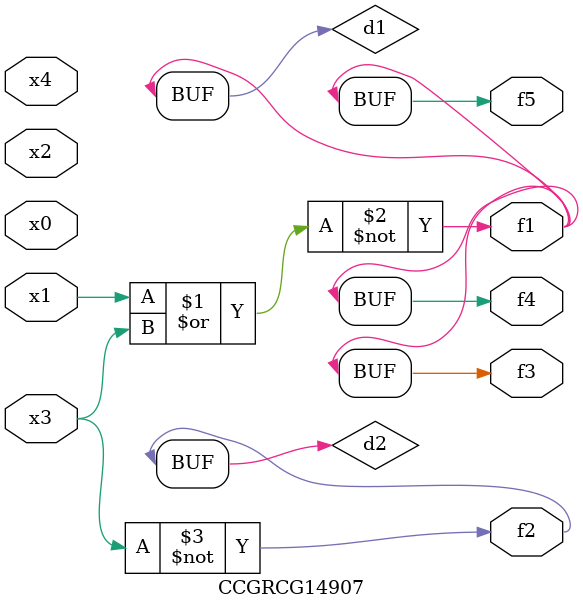
<source format=v>
module CCGRCG14907(
	input x0, x1, x2, x3, x4,
	output f1, f2, f3, f4, f5
);

	wire d1, d2;

	nor (d1, x1, x3);
	not (d2, x3);
	assign f1 = d1;
	assign f2 = d2;
	assign f3 = d1;
	assign f4 = d1;
	assign f5 = d1;
endmodule

</source>
